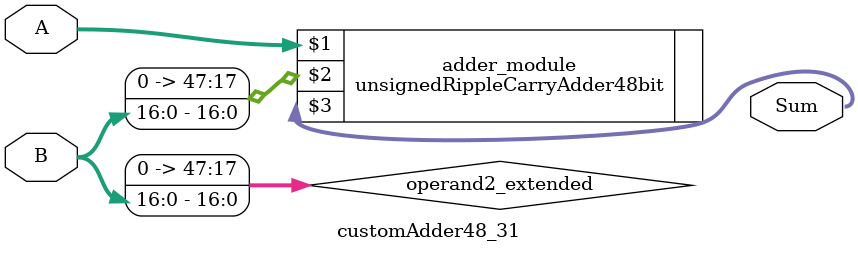
<source format=v>
module customAdder48_31(
                        input [47 : 0] A,
                        input [16 : 0] B,
                        
                        output [48 : 0] Sum
                );

        wire [47 : 0] operand2_extended;
        
        assign operand2_extended =  {31'b0, B};
        
        unsignedRippleCarryAdder48bit adder_module(
            A,
            operand2_extended,
            Sum
        );
        
        endmodule
        
</source>
